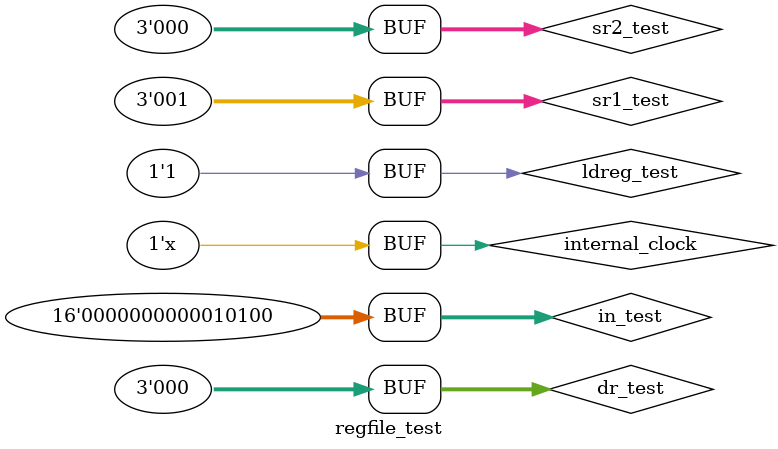
<source format=v>
/*	Module: regfile();
*
*	Parameter:
*		In: 			in - 16-bit input value to be written into the destination register
*						clk_50 - Clock
*						sr1 - Address of first source register to read
*						sr2 - Address of second source register to read
*						dr - Address of the destination register
*						ldreg - Write enable for the 'in' value
*		Out: 			sr1_out - Value read from first source register
*						sr2_out - Value read from second source register
*
*	Description:	The module implements an 16x8 2-dimensional array to 
*						output values located at two memory registers and write to memory registers.
*
*	Author: Patrick Reynolds
*/

module regfile (
	in,
	clk_50,
	sr1,
	sr2,
	dr,
	ldreg,
	sr1_out,
	sr2_out
);

input [15:0] in;
input clk_50;
input [2:0] sr1;
input [2:0] sr2;
input [2:0] dr;
input ldreg;
output [15:0] sr1_out;
output [15:0] sr2_out;

integer i;
reg [15:0] reg_memory [7:0];

initial begin
	for (i = 0; i < 7; i = i + 1)
		reg_memory[i] <= 0;
end

assign sr1_out = reg_memory[sr1];
assign sr2_out = reg_memory[sr2];

always @(posedge clk_50) begin
	if (ldreg == 1) begin
		reg_memory[dr] <= in;
	end
end

endmodule

module regfile_test();

reg [15:0] in_test;
reg internal_clock;
reg [2:0] sr1_test;
reg [2:0] sr2_test;
reg [2:0] dr_test;
reg ldreg_test;
wire [15:0] sr1_out_test;
wire [15:0] sr2_out_test;

regfile dut(
	.in			(in_test),
	.clk_50		(internal_clock),
	.sr1			(sr1_test),
	.sr2			(sr2_test),
	.dr			(dr_test),
	.ldreg		(ldreg_test),
	.sr1_out		(sr1_out_test),
	.sr2_out		(sr2_out_test)
);

initial begin
	in_test <= 0;
	internal_clock <= 0;
	sr1_test <= 3'b000;
	sr2_test <= 3'b001;
	dr_test <= 0;
	ldreg_test <= 0;
	
	// Load the decimal number 17 into default destination register '0'
	#5
	ldreg_test <= 1;
	in_test <= 5'd17;
	
	#5
	sr1_test <= 3'b001;
	sr2_test <= 3'b000;
	
	#5
	ldreg_test <= 0;
	in_test <= 5'd20;
	
	#10
	ldreg_test <= 1;
end

always begin
	#5 internal_clock <= !internal_clock;
end

endmodule
</source>
